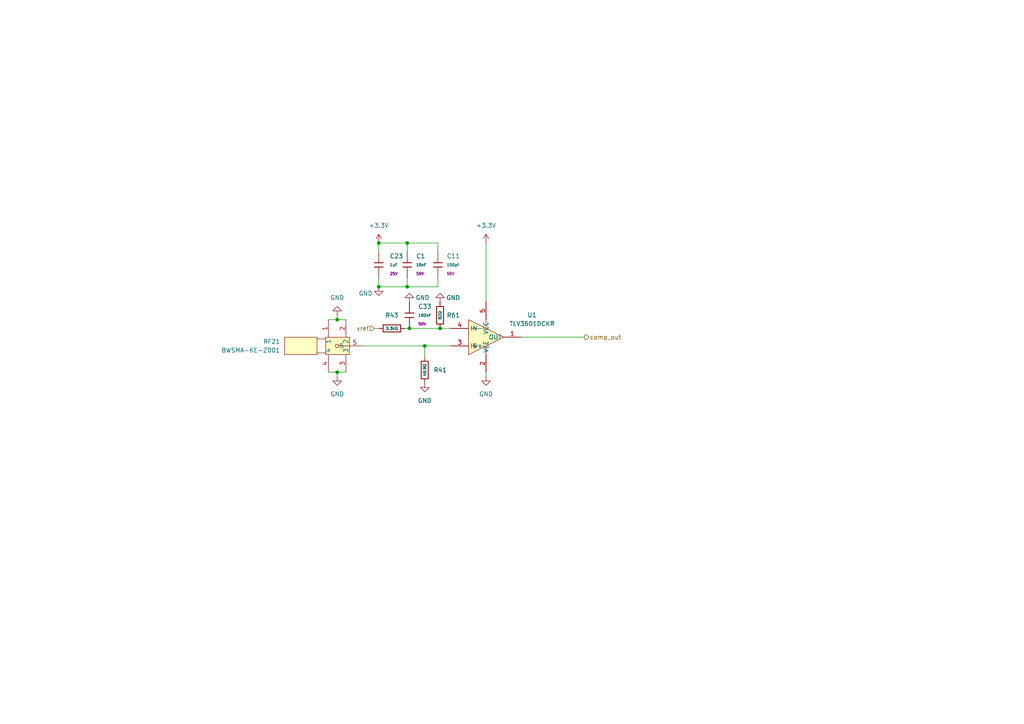
<source format=kicad_sch>
(kicad_sch (version 20250114) (generator "eeschema") (generator_version "9.0")
  (paper "A4")
  (lib_symbols
    (symbol "PCM_JLCPCB-Capacitors:0402,100pF" (pin_numbers (hide yes)) (pin_names (offset 0))
      (property "Reference" "C" (at 2.032 1.668 0))
      (property "Value" "100pF" (at 2.032 -0.3782 0))
      (property "Voltage Rated" "50V" (at 2.032 -2.0462 0))
      (symbol "0402,100pF_0_1"
        (polyline (pts (xy -1.27 0.635) (xy 1.27 0.635)) (stroke (width 0.254)))
        (polyline (pts (xy -1.27 -0.635) (xy 1.27 -0.635)) (stroke (width 0.254)))
      )
      (symbol "0402,100pF_1_1"
        (pin passive line (at 0 3.81 270) (length 3.175) (name "~") (number "1"))
        (pin passive line (at 0 -3.81 90) (length 3.175) (name "~") (number "2"))
      )
    )
    (symbol "PCM_JLCPCB-Capacitors:0402,10nF" (pin_numbers (hide yes)) (pin_names (offset 0))
      (property "Reference" "C" (at 2.032 1.668 0))
      (property "Value" "10nF" (at 2.032 -0.3782 0))
      (property "Voltage Rated" "50V" (at 2.032 -2.0462 0))
      (symbol "0402,10nF_0_1"
        (polyline (pts (xy -1.27 0.635) (xy 1.27 0.635)) (stroke (width 0.254)))
        (polyline (pts (xy -1.27 -0.635) (xy 1.27 -0.635)) (stroke (width 0.254)))
      )
      (symbol "0402,10nF_1_1"
        (pin passive line (at 0 3.81 270) (length 3.175) (name "~") (number "1"))
        (pin passive line (at 0 -3.81 90) (length 3.175) (name "~") (number "2"))
      )
    )
    (symbol "PCM_JLCPCB-Capacitors:0402,1uF" (pin_numbers (hide yes)) (pin_names (offset 0))
      (property "Reference" "C" (at 2.032 1.668 0))
      (property "Value" "1uF" (at 2.032 -0.3782 0))
      (property "Voltage Rated" "25V" (at 2.032 -2.0462 0))
      (symbol "0402,1uF_0_1"
        (polyline (pts (xy -1.27 0.635) (xy 1.27 0.635)) (stroke (width 0.254)))
        (polyline (pts (xy -1.27 -0.635) (xy 1.27 -0.635)) (stroke (width 0.254)))
      )
      (symbol "0402,1uF_1_1"
        (pin passive line (at 0 3.81 270) (length 3.175) (name "~") (number "1"))
        (pin passive line (at 0 -3.81 90) (length 3.175) (name "~") (number "2"))
      )
    )
    (symbol "PCM_JLCPCB-Capacitors:0603,100nF" (pin_numbers (hide yes)) (pin_names (offset 0))
      (property "Reference" "C" (at 2.032 1.668 0))
      (property "Value" "100nF" (at 2.032 -0.3782 0))
      (property "Voltage Rated" "50V" (at 2.032 -2.0462 0))
      (symbol "0603,100nF_0_1"
        (polyline (pts (xy -1.27 0.635) (xy 1.27 0.635)) (stroke (width 0.254)))
        (polyline (pts (xy -1.27 -0.635) (xy 1.27 -0.635)) (stroke (width 0.254)))
      )
      (symbol "0603,100nF_1_1"
        (pin passive line (at 0 3.81 270) (length 3.175) (name "~") (number "1"))
        (pin passive line (at 0 -3.81 90) (length 3.175) (name "~") (number "2"))
      )
    )
    (symbol "PCM_JLCPCB-Resistors:0402,49.9Ω" (pin_numbers (hide yes)) (pin_names (offset 0))
      (property "Reference" "R" (at 1.778 0 0))
      (property "Value" "49.9Ω" (at 0 0 90))
      (symbol "0402,49.9Ω_0_1"
        (rectangle (start -1.016 2.54) (end 1.016 -2.54) (stroke (width 0.254)))
      )
      (symbol "0402,49.9Ω_1_1"
        (pin passive line (at 0 3.81 270) (length 1.27) (name "~") (number "1"))
        (pin passive line (at 0 -3.81 90) (length 1.27) (name "~") (number "2"))
      )
    )
    (symbol "PCM_JLCPCB-Resistors:0603,3.3kΩ" (pin_numbers (hide yes)) (pin_names (offset 0))
      (property "Reference" "R" (at 1.778 0 0))
      (property "Value" "3.3kΩ" (at 0 0 90))
      (symbol "0603,3.3kΩ_0_1"
        (rectangle (start -1.016 2.54) (end 1.016 -2.54) (stroke (width 0.254)))
      )
      (symbol "0603,3.3kΩ_1_1"
        (pin passive line (at 0 3.81 270) (length 1.27) (name "~") (number "1"))
        (pin passive line (at 0 -3.81 90) (length 1.27) (name "~") (number "2"))
      )
    )
    (symbol "PCM_JLCPCB-Resistors:0603,82Ω" (pin_numbers (hide yes)) (pin_names (offset 0))
      (property "Reference" "R" (at 1.778 0 0))
      (property "Value" "82Ω" (at 0 0 90))
      (symbol "0603,82Ω_0_1"
        (rectangle (start -1.016 2.54) (end 1.016 -2.54) (stroke (width 0.254)))
      )
      (symbol "0603,82Ω_1_1"
        (pin passive line (at 0 3.81 270) (length 1.27) (name "~") (number "1"))
        (pin passive line (at 0 -3.81 90) (length 1.27) (name "~") (number "2"))
      )
    )
    (symbol "easyeda2kicad:BWSMA-KE-Z001"
      (property "Reference" "RF" (at 0 12.7 0))
      (property "Value" "BWSMA-KE-Z001" (at 0 -12.7 0))
      (symbol "BWSMA-KE-Z001_0_1"
        (rectangle (start -12.7 2.54) (end -3.3 -2.54) (fill (type background)))
        (polyline (pts (xy -3.3 2.03) (xy -0.76 2.03)))
        (polyline (pts (xy -3.3 -2.03) (xy -0.76 -2.03)))
        (rectangle (start -0.76 2.54) (end 6.1 -2.54) (fill (type background)))
        (circle (center 2.54 0) (radius 0.51))
        (polyline (pts (xy 3.05 0) (xy 5.08 0)))
        (pin unspecified line (at 0 7.62 270) (length 5.08) (name "1") (number "1"))
        (pin unspecified line (at 0 -7.62 90) (length 5.08) (name "4") (number "4"))
        (pin unspecified line (at 5.08 7.62 270) (length 5.08) (name "2") (number "2"))
        (pin unspecified line (at 5.08 -7.62 90) (length 5.08) (name "3") (number "3"))
        (pin unspecified line (at 10.16 0 180) (length 5.08) (name "5") (number "5"))
      )
    )
    (symbol "easyeda2kicad:TLV3601DCKR"
      (property "Reference" "U" (at 0 15.24 0))
      (property "Value" "TLV3601DCKR" (at 0 -15.24 0))
      (symbol "TLV3601DCKR_0_1"
        (polyline (pts (xy -5.08 -5.08) (xy 5.08 0) (xy -5.08 5.08) (xy -5.08 -5.08)) (fill (type background)))
        (polyline (pts (xy -4.06 2.54) (xy -2.54 2.54)))
        (polyline (pts (xy -4.06 -2.54) (xy -2.54 -2.54)))
        (polyline (pts (xy -3.3 -1.78) (xy -3.3 -3.3)))
        (polyline (pts (xy 0 5.08) (xy 0 2.54)))
        (polyline (pts (xy 0 -2.54) (xy 0 -5.08)))
        (pin unspecified line (at -10.16 2.54 0) (length 5.08) (name "IN-") (number "4"))
        (pin unspecified line (at -10.16 -2.54 0) (length 5.08) (name "IN+") (number "3"))
        (pin power_in line (at 0 10.16 270) (length 5.08) (name "VCC") (number "5"))
        (pin power_in line (at 0 -10.16 90) (length 5.08) (name "VEE") (number "2"))
        (pin output line (at 10.16 0 180) (length 5.08) (name "OUT") (number "1"))
      )
    )
    (symbol "power:+3.3V" (power) (pin_numbers (hide yes)) (pin_names (offset 0) (hide yes))
      (property "Value" "+3.3V" (at 0 3.556 0))
      (symbol "+3.3V_0_1"
        (polyline (pts (xy -0.762 1.27) (xy 0 2.54)))
        (polyline (pts (xy 0 2.54) (xy 0.762 1.27)))
        (polyline (pts (xy 0 0) (xy 0 2.54)))
      )
      (symbol "+3.3V_1_1"
        (pin power_in line (at 0 0 90) (length 0) (name "~") (number "1"))
      )
    )
    (symbol "power:GND" (power) (pin_numbers (hide yes)) (pin_names (offset 0) (hide yes))
      (property "Value" "GND" (at 0 -3.81 0))
      (symbol "GND_0_1"
        (polyline (pts (xy 0 0) (xy 0 -1.27) (xy 1.27 -1.27) (xy 0 -2.54) (xy -1.27 -1.27) (xy 0 -1.27)))
      )
      (symbol "GND_1_1"
        (pin power_in line (at 0 0 270) (length 0) (name "~") (number "1"))
      )
    )
  )
  (junction (at 118.11 83.185))
  (junction (at 109.855 70.485))
  (junction (at 123.19 100.33))
  (junction (at 97.79 92.71))
  (junction (at 97.79 107.95))
  (junction (at 109.855 83.185))
  (junction (at 118.745 95.25))
  (junction (at 118.11 70.485))
  (junction (at 127.635 95.25))
  (wire (pts (xy 127.635 95.25) (xy 130.81 95.25)))
  (wire (pts (xy 108.585 95.25) (xy 109.855 95.25)))
  (wire (pts (xy 118.745 95.25) (xy 127.635 95.25)))
  (wire (pts (xy 118.11 70.485) (xy 118.11 73.025)))
  (wire (pts (xy 109.855 70.485) (xy 118.11 70.485)))
  (wire (pts (xy 109.855 83.185) (xy 118.11 83.185)))
  (wire (pts (xy 123.19 100.33) (xy 130.81 100.33)))
  (wire (pts (xy 123.19 100.33) (xy 123.19 103.505)))
  (wire (pts (xy 97.79 107.95) (xy 100.33 107.95)))
  (wire (pts (xy 109.855 70.485) (xy 109.855 73.025)))
  (wire (pts (xy 97.79 107.95) (xy 97.79 109.22)))
  (wire (pts (xy 118.11 80.645) (xy 118.11 83.185)))
  (wire (pts (xy 127 83.185) (xy 127 80.645)))
  (wire (pts (xy 97.79 92.71) (xy 97.79 91.44)))
  (wire (pts (xy 105.41 100.33) (xy 123.19 100.33)))
  (wire (pts (xy 118.11 83.185) (xy 127 83.185)))
  (wire (pts (xy 127 70.485) (xy 127 73.025)))
  (wire (pts (xy 100.33 92.71) (xy 97.79 92.71)))
  (wire (pts (xy 117.475 95.25) (xy 118.745 95.25)))
  (wire (pts (xy 118.11 70.485) (xy 127 70.485)))
  (wire (pts (xy 95.25 107.95) (xy 97.79 107.95)))
  (wire (pts (xy 140.97 70.485) (xy 140.97 87.63)))
  (wire (pts (xy 109.855 80.645) (xy 109.855 83.185)))
  (wire (pts (xy 97.79 92.71) (xy 95.25 92.71)))
  (wire (pts (xy 151.13 97.79) (xy 169.545 97.79)))
  (wire (pts (xy 140.97 109.22) (xy 140.97 107.95)))
  (hierarchical_label "vref" (shape input) (at 108.585 95.25 180))
  (hierarchical_label "comp_out" (shape output) (at 169.545 97.79 0))
  (symbol (lib_id "power:GND") (at 140.97 109.22 0) (unit 1)
    (property "Reference" "#PWR02" (effects (hide yes)))
    (property "Value" "GND" (at 140.97 114.3 0))
    (property "Description" "Power symbol creates a global label with name \"GND\" , ground" (effects (hide yes)))
    (instances (project "test_board" (path "" (reference "#PWR02") (unit 1)) (path "" (reference "#PWR0113") (unit 1)) (path "" (reference "#PWR0103") (unit 1)) (path "" (reference "#PWR093") (unit 1)) (path "" (reference "#PWR083") (unit 1)) (path "" (reference "#PWR088") (unit 1)) (path "" (reference "#PWR0108") (unit 1)) (path "" (reference "#PWR073") (unit 1)) (path "" (reference "#PWR078") (unit 1)) (path "" (reference "#PWR098") (unit 1))))
  )
  (symbol (lib_id "power:+3.3V") (at 109.855 70.485 0) (unit 1)
    (property "Reference" "#PWR0114" (effects (hide yes)))
    (property "Value" "+3.3V" (at 109.855 65.405 0))
    (property "Description" "Power symbol creates a global label with name \"+3.3V\"" (effects (hide yes)))
    (instances (project "test_board" (path "" (reference "#PWR0114") (unit 1)) (path "" (reference "#PWR0123") (unit 1)) (path "" (reference "#PWR0121") (unit 1)) (path "" (reference "#PWR0119") (unit 1)) (path "" (reference "#PWR0117") (unit 1)) (path "" (reference "#PWR0118") (unit 1)) (path "" (reference "#PWR0122") (unit 1)) (path "" (reference "#PWR0115") (unit 1)) (path "" (reference "#PWR0116") (unit 1)) (path "" (reference "#PWR0120") (unit 1))))
  )
  (symbol (lib_id "power:GND") (at 127.635 87.63 180) (unit 1)
    (property "Reference" "#PWR0140" (effects (hide yes)))
    (property "Value" "GND" (at 131.445 86.36 0))
    (property "Description" "Power symbol creates a global label with name \"GND\" , ground" (effects (hide yes)))
    (instances (project "test_board" (path "" (reference "#PWR0140") (unit 1)) (path "" (reference "#PWR0149") (unit 1)) (path "" (reference "#PWR0147") (unit 1)) (path "" (reference "#PWR0145") (unit 1)) (path "" (reference "#PWR0143") (unit 1)) (path "" (reference "#PWR0144") (unit 1)) (path "" (reference "#PWR0148") (unit 1)) (path "" (reference "#PWR0141") (unit 1)) (path "" (reference "#PWR0142") (unit 1)) (path "" (reference "#PWR0146") (unit 1))))
  )
  (symbol (lib_id "easyeda2kicad:BWSMA-KE-Z001") (at 95.25 100.33 0) (unit 1)
    (property "Reference" "RF21" (at 81.28 99.0599 0) (effects (justify right)))
    (property "Value" "BWSMA-KE-Z001" (at 81.28 101.5999 0) (effects (justify right)))
    (property "Footprint" "easyeda2kicad:SMA-TH_BWSMA-KE-Z001" (effects (hide yes)))
    (property "Datasheet" "https://lcsc.com/product-detail/New-Arrivals_BAT-WIRELESS-BWSMA-KE-Z001_C496549.html" (effects (hide yes)))
    (property "LCSC Part" "C496549" (effects (hide yes)))
    (instances (project "" (path "" (reference "RF21") (unit 1)) (path "" (reference "RF30") (unit 1)) (path "" (reference "RF28") (unit 1)) (path "" (reference "RF26") (unit 1)) (path "" (reference "RF24") (unit 1)) (path "" (reference "RF25") (unit 1)) (path "" (reference "RF29") (unit 1)) (path "" (reference "RF22") (unit 1)) (path "" (reference "RF23") (unit 1)) (path "" (reference "RF27") (unit 1))))
  )
  (symbol (lib_id "power:GND") (at 109.855 83.185 0) (unit 1)
    (property "Reference" "#PWR0124" (effects (hide yes)))
    (property "Value" "GND" (at 106.045 85.09 0))
    (property "Description" "Power symbol creates a global label with name \"GND\" , ground" (effects (hide yes)))
    (instances (project "test_board" (path "" (reference "#PWR0124") (unit 1)) (path "" (reference "#PWR0133") (unit 1)) (path "" (reference "#PWR0131") (unit 1)) (path "" (reference "#PWR0129") (unit 1)) (path "" (reference "#PWR0127") (unit 1)) (path "" (reference "#PWR0128") (unit 1)) (path "" (reference "#PWR0132") (unit 1)) (path "" (reference "#PWR0125") (unit 1)) (path "" (reference "#PWR0126") (unit 1)) (path "" (reference "#PWR0130") (unit 1))))
  )
  (symbol (lib_id "power:GND") (at 97.79 109.22 0) (unit 1)
    (property "Reference" "#PWR067" (effects (hide yes)))
    (property "Value" "GND" (at 97.79 114.3 0))
    (property "Description" "Power symbol creates a global label with name \"GND\" , ground" (effects (hide yes)))
    (instances (project "test_board" (path "" (reference "#PWR067") (unit 1)) (path "" (reference "#PWR0110") (unit 1)) (path "" (reference "#PWR0100") (unit 1)) (path "" (reference "#PWR090") (unit 1)) (path "" (reference "#PWR080") (unit 1)) (path "" (reference "#PWR085") (unit 1)) (path "" (reference "#PWR0105") (unit 1)) (path "" (reference "#PWR070") (unit 1)) (path "" (reference "#PWR075") (unit 1)) (path "" (reference "#PWR095") (unit 1))))
  )
  (symbol (lib_id "power:GND") (at 97.79 91.44 180) (unit 1)
    (property "Reference" "#PWR068" (effects (hide yes)))
    (property "Value" "GND" (at 97.79 86.36 0))
    (property "Description" "Power symbol creates a global label with name \"GND\" , ground" (effects (hide yes)))
    (instances (project "test_board" (path "" (reference "#PWR068") (unit 1)) (path "" (reference "#PWR0109") (unit 1)) (path "" (reference "#PWR099") (unit 1)) (path "" (reference "#PWR089") (unit 1)) (path "" (reference "#PWR079") (unit 1)) (path "" (reference "#PWR084") (unit 1)) (path "" (reference "#PWR0104") (unit 1)) (path "" (reference "#PWR069") (unit 1)) (path "" (reference "#PWR074") (unit 1)) (path "" (reference "#PWR094") (unit 1))))
  )
  (symbol (lib_id "easyeda2kicad:TLV3601DCKR") (at 140.97 97.79 0) (unit 1)
    (property "Reference" "U1" (at 154.305 91.3698 0))
    (property "Value" "TLV3601DCKR" (at 154.305 93.9098 0))
    (property "Footprint" "easyeda2kicad:SC-70-5_L2.0-W1.3-P0.65-LS2.1-BR" (effects (hide yes)))
    (property "LCSC Part" "C2974371" (effects (hide yes)))
    (instances (project "test_board" (path "" (reference "U1") (unit 1)) (path "" (reference "U12") (unit 1)) (path "" (reference "U10") (unit 1)) (path "" (reference "U8") (unit 1)) (path "" (reference "U6") (unit 1)) (path "" (reference "U7") (unit 1)) (path "" (reference "U11") (unit 1)) (path "" (reference "U3") (unit 1)) (path "" (reference "U5") (unit 1)) (path "" (reference "U9") (unit 1))))
  )
  (symbol (lib_id "PCM_JLCPCB-Capacitors:0402,1uF") (at 109.855 76.835 0) (unit 1)
    (property "Reference" "C23" (at 113.03 74.2949 0) (effects (justify left)))
    (property "Value" "1uF" (at 113.03 76.835 0) (effects (font (size 0.8 0.8)) (justify left)))
    (property "Footprint" "PCM_JLCPCB:C_0402" (effects (hide yes)))
    (property "Datasheet" "https://www.lcsc.com/datasheet/lcsc_datasheet_2304140030_Samsung-Electro-Mechanics-CL05A105KA5NQNC_C52923.pdf" (effects (hide yes)))
    (property "Description" "25V 1uF X5R ±10% 0402 Multilayer Ceramic Capacitors MLCC - SMD/SMT ROHS" (effects (hide yes)))
    (property "LCSC" "C52923" (effects (hide yes)))
    (property "Stock" "7224306" (effects (hide yes)))
    (property "Price" "0.006USD" (effects (hide yes)))
    (property "Process" "SMT" (effects (hide yes)))
    (property "Minimum Qty" "20" (effects (hide yes)))
    (property "Attrition Qty" "10" (effects (hide yes)))
    (property "Class" "Basic Component" (effects (hide yes)))
    (property "Category" "Capacitors,Multilayer Ceramic Capacitors MLCC - SMD/SMT" (effects (hide yes)))
    (property "Manufacturer" "Samsung Electro-Mechanics" (effects (hide yes)))
    (property "Part" "CL05A105KA5NQNC" (effects (hide yes)))
    (property "Voltage Rated" "25V" (at 113.03 79.375 0) (effects (font (size 0.8 0.8)) (justify left)))
    (property "Tolerance" "±10%" (effects (hide yes)))
    (property "Capacitance" "1uF" (effects (hide yes)))
    (property "Temperature Coefficient" "X5R" (effects (hide yes)))
    (instances (project "" (path "" (reference "C23") (unit 1)) (path "" (reference "C32") (unit 1)) (path "" (reference "C30") (unit 1)) (path "" (reference "C28") (unit 1)) (path "" (reference "C26") (unit 1)) (path "" (reference "C27") (unit 1)) (path "" (reference "C31") (unit 1)) (path "" (reference "C24") (unit 1)) (path "" (reference "C25") (unit 1)) (path "" (reference "C29") (unit 1))))
  )
  (symbol (lib_id "power:GND") (at 123.19 111.125 0) (unit 1)
    (property "Reference" "#PWR066" (effects (hide yes)))
    (property "Value" "GND" (at 123.19 116.205 0))
    (property "Description" "Power symbol creates a global label with name \"GND\" , ground" (effects (hide yes)))
    (instances (project "test_board" (path "" (reference "#PWR066") (unit 1)) (path "" (reference "#PWR0111") (unit 1)) (path "" (reference "#PWR0101") (unit 1)) (path "" (reference "#PWR091") (unit 1)) (path "" (reference "#PWR081") (unit 1)) (path "" (reference "#PWR086") (unit 1)) (path "" (reference "#PWR0106") (unit 1)) (path "" (reference "#PWR071") (unit 1)) (path "" (reference "#PWR076") (unit 1)) (path "" (reference "#PWR096") (unit 1))))
  )
  (symbol (lib_id "PCM_JLCPCB-Capacitors:0402,100pF") (at 127 76.835 0) (unit 1)
    (property "Reference" "C11" (at 129.54 74.2949 0) (effects (justify left)))
    (property "Value" "100pF" (at 129.54 76.835 0) (effects (font (size 0.8 0.8)) (justify left)))
    (property "Footprint" "PCM_JLCPCB:C_0402" (effects (hide yes)))
    (property "Datasheet" "https://www.lcsc.com/datasheet/lcsc_datasheet_2304140030_FH--Guangdong-Fenghua-Advanced-Tech-0402CG101J500NT_C1546.pdf" (effects (hide yes)))
    (property "Description" "50V 100pF C0G ±5% 0402 Multilayer Ceramic Capacitors MLCC - SMD/SMT ROHS" (effects (hide yes)))
    (property "LCSC" "C1546" (effects (hide yes)))
    (property "Stock" "2336759" (effects (hide yes)))
    (property "Price" "0.004USD" (effects (hide yes)))
    (property "Process" "SMT" (effects (hide yes)))
    (property "Minimum Qty" "20" (effects (hide yes)))
    (property "Attrition Qty" "10" (effects (hide yes)))
    (property "Class" "Basic Component" (effects (hide yes)))
    (property "Category" "Capacitors,Multilayer Ceramic Capacitors MLCC - SMD/SMT" (effects (hide yes)))
    (property "Manufacturer" "FH(Guangdong Fenghua Advanced Tech)" (effects (hide yes)))
    (property "Part" "0402CG101J500NT" (effects (hide yes)))
    (property "Voltage Rated" "50V" (at 129.54 79.375 0) (effects (font (size 0.8 0.8)) (justify left)))
    (property "Tolerance" "±5%" (effects (hide yes)))
    (property "Capacitance" "100pF" (effects (hide yes)))
    (property "Temperature Coefficient" "C0G" (effects (hide yes)))
    (instances (project "" (path "" (reference "C11") (unit 1)) (path "" (reference "C22") (unit 1)) (path "" (reference "C20") (unit 1)) (path "" (reference "C18") (unit 1)) (path "" (reference "C16") (unit 1)) (path "" (reference "C17") (unit 1)) (path "" (reference "C21") (unit 1)) (path "" (reference "C13") (unit 1)) (path "" (reference "C15") (unit 1)) (path "" (reference "C19") (unit 1))))
  )
  (symbol (lib_id "PCM_JLCPCB-Resistors:0603,82Ω") (at 127.635 91.44 0) (unit 1)
    (property "Reference" "R61" (at 129.54 91.4399 0) (effects (justify left)))
    (property "Value" "82Ω" (at 127.635 91.44 90) (effects (font (size 0.8 0.8))))
    (property "Footprint" "PCM_JLCPCB:R_0603" (effects (hide yes)))
    (property "Datasheet" "https://www.lcsc.com/datasheet/lcsc_datasheet_2206010100_UNI-ROYAL-Uniroyal-Elec-0603WAF820JT5E_C23255.pdf" (effects (hide yes)))
    (property "Description" "100mW Thick Film Resistors 75V ±100ppm/°C ±1% 82Ω 0603 Chip Resistor - Surface Mount ROHS" (effects (hide yes)))
    (property "LCSC" "C23255" (effects (hide yes)))
    (property "Stock" "117233" (effects (hide yes)))
    (property "Price" "0.004USD" (effects (hide yes)))
    (property "Process" "SMT" (effects (hide yes)))
    (property "Minimum Qty" "20" (effects (hide yes)))
    (property "Attrition Qty" "12" (effects (hide yes)))
    (property "Class" "Preferred Component" (effects (hide yes)))
    (property "Category" "Resistors,Chip Resistor - Surface Mount" (effects (hide yes)))
    (property "Manufacturer" "UNI-ROYAL(Uniroyal Elec)" (effects (hide yes)))
    (property "Part" "0603WAF820JT5E" (effects (hide yes)))
    (property "Resistance" "82Ω" (effects (hide yes)))
    (property "Power(Watts)" "100mW" (effects (hide yes)))
    (property "Type" "Thick Film Resistors" (effects (hide yes)))
    (property "Overload Voltage (Max)" "75V" (effects (hide yes)))
    (property "Operating Temperature Range" "-55°C~+155°C" (effects (hide yes)))
    (property "Tolerance" "±1%" (effects (hide yes)))
    (property "Temperature Coefficient" "±100ppm/°C" (effects (hide yes)))
    (instances (project "" (path "" (reference "R61") (unit 1)) (path "" (reference "R70") (unit 1)) (path "" (reference "R68") (unit 1)) (path "" (reference "R66") (unit 1)) (path "" (reference "R64") (unit 1)) (path "" (reference "R65") (unit 1)) (path "" (reference "R69") (unit 1)) (path "" (reference "R62") (unit 1)) (path "" (reference "R63") (unit 1)) (path "" (reference "R67") (unit 1))))
  )
  (symbol (lib_id "PCM_JLCPCB-Capacitors:0603,100nF") (at 118.745 91.44 0) (unit 1)
    (property "Reference" "C33" (at 121.285 88.8999 0) (effects (justify left)))
    (property "Value" "100nF" (at 121.285 91.44 0) (effects (font (size 0.8 0.8)) (justify left)))
    (property "Footprint" "PCM_JLCPCB:C_0603" (effects (hide yes)))
    (property "Datasheet" "https://www.lcsc.com/datasheet/lcsc_datasheet_2211101700_YAGEO-CC0603KRX7R9BB104_C14663.pdf" (effects (hide yes)))
    (property "Description" "50V 100nF X7R ±10% 0603 Multilayer Ceramic Capacitors MLCC - SMD/SMT ROHS" (effects (hide yes)))
    (property "LCSC" "C14663" (effects (hide yes)))
    (property "Stock" "88004566" (effects (hide yes)))
    (property "Price" "0.006USD" (effects (hide yes)))
    (property "Process" "SMT" (effects (hide yes)))
    (property "Minimum Qty" "20" (effects (hide yes)))
    (property "Attrition Qty" "10" (effects (hide yes)))
    (property "Class" "Basic Component" (effects (hide yes)))
    (property "Category" "Capacitors,Multilayer Ceramic Capacitors MLCC - SMD/SMT" (effects (hide yes)))
    (property "Manufacturer" "YAGEO" (effects (hide yes)))
    (property "Part" "CC0603KRX7R9BB104" (effects (hide yes)))
    (property "Voltage Rated" "50V" (at 121.285 93.98 0) (effects (font (size 0.8 0.8)) (justify left)))
    (property "Tolerance" "±10%" (effects (hide yes)))
    (property "Capacitance" "100nF" (effects (hide yes)))
    (property "Temperature Coefficient" "X7R" (effects (hide yes)))
    (instances (project "" (path "" (reference "C33") (unit 1)) (path "" (reference "C42") (unit 1)) (path "" (reference "C40") (unit 1)) (path "" (reference "C38") (unit 1)) (path "" (reference "C36") (unit 1)) (path "" (reference "C37") (unit 1)) (path "" (reference "C41") (unit 1)) (path "" (reference "C34") (unit 1)) (path "" (reference "C35") (unit 1)) (path "" (reference "C39") (unit 1))))
  )
  (symbol (lib_id "PCM_JLCPCB-Resistors:0402,49.9Ω") (at 123.19 107.315 0) (unit 1)
    (property "Reference" "R41" (at 125.73 107.3149 0) (effects (justify left)))
    (property "Value" "49.9Ω" (at 123.19 107.315 90) (effects (font (size 0.8 0.8))))
    (property "Footprint" "PCM_JLCPCB:R_0402" (effects (hide yes)))
    (property "Datasheet" "https://www.lcsc.com/datasheet/lcsc_datasheet_2205311900_UNI-ROYAL-Uniroyal-Elec-0402WGF499JTCE_C25120.pdf" (effects (hide yes)))
    (property "Description" "62.5mW Thick Film Resistors 50V ±100ppm/°C ±1% 49.9Ω 0402 Chip Resistor - Surface Mount ROHS" (effects (hide yes)))
    (property "LCSC" "C25120" (effects (hide yes)))
    (property "Stock" "775938" (effects (hide yes)))
    (property "Price" "0.004USD" (effects (hide yes)))
    (property "Process" "SMT" (effects (hide yes)))
    (property "Minimum Qty" "20" (effects (hide yes)))
    (property "Attrition Qty" "10" (effects (hide yes)))
    (property "Class" "Basic Component" (effects (hide yes)))
    (property "Category" "Resistors,Chip Resistor - Surface Mount" (effects (hide yes)))
    (property "Manufacturer" "UNI-ROYAL(Uniroyal Elec)" (effects (hide yes)))
    (property "Part" "0402WGF499JTCE" (effects (hide yes)))
    (property "Resistance" "49.9Ω" (effects (hide yes)))
    (property "Power(Watts)" "62.5mW" (effects (hide yes)))
    (property "Type" "Thick Film Resistors" (effects (hide yes)))
    (property "Overload Voltage (Max)" "50V" (effects (hide yes)))
    (property "Operating Temperature Range" "-55°C~+155°C" (effects (hide yes)))
    (property "Tolerance" "±1%" (effects (hide yes)))
    (property "Temperature Coefficient" "±100ppm/°C" (effects (hide yes)))
    (instances (project "" (path "" (reference "R41") (unit 1)) (path "" (reference "R59") (unit 1)) (path "" (reference "R55") (unit 1)) (path "" (reference "R51") (unit 1)) (path "" (reference "R47") (unit 1)) (path "" (reference "R49") (unit 1)) (path "" (reference "R57") (unit 1)) (path "" (reference "R42") (unit 1)) (path "" (reference "R45") (unit 1)) (path "" (reference "R53") (unit 1))))
  )
  (symbol (lib_id "power:GND") (at 118.745 87.63 180) (unit 1)
    (property "Reference" "#PWR0151" (effects (hide yes)))
    (property "Value" "GND" (at 122.555 86.36 0))
    (property "Description" "Power symbol creates a global label with name \"GND\" , ground" (effects (hide yes)))
    (instances (project "test_board" (path "" (reference "#PWR0151") (unit 1)) (path "" (reference "#PWR0160") (unit 1)) (path "" (reference "#PWR0158") (unit 1)) (path "" (reference "#PWR0156") (unit 1)) (path "" (reference "#PWR0154") (unit 1)) (path "" (reference "#PWR0155") (unit 1)) (path "" (reference "#PWR0159") (unit 1)) (path "" (reference "#PWR0152") (unit 1)) (path "" (reference "#PWR0153") (unit 1)) (path "" (reference "#PWR0157") (unit 1))))
  )
  (symbol (lib_id "PCM_JLCPCB-Capacitors:0402,10nF") (at 118.11 76.835 0) (unit 1)
    (property "Reference" "C1" (at 120.65 74.2949 0) (effects (justify left)))
    (property "Value" "10nF" (at 120.65 76.835 0) (effects (font (size 0.8 0.8)) (justify left)))
    (property "Footprint" "PCM_JLCPCB:C_0402" (effects (hide yes)))
    (property "Datasheet" "https://www.lcsc.com/datasheet/lcsc_datasheet_2304140030_Samsung-Electro-Mechanics-CL05B103KB5NNNC_C15195.pdf" (effects (hide yes)))
    (property "Description" "50V 10nF X7R ±10% 0402 Multilayer Ceramic Capacitors MLCC - SMD/SMT ROHS" (effects (hide yes)))
    (property "LCSC" "C15195" (effects (hide yes)))
    (property "Stock" "6508037" (effects (hide yes)))
    (property "Price" "0.005USD" (effects (hide yes)))
    (property "Process" "SMT" (effects (hide yes)))
    (property "Minimum Qty" "20" (effects (hide yes)))
    (property "Attrition Qty" "10" (effects (hide yes)))
    (property "Class" "Basic Component" (effects (hide yes)))
    (property "Category" "Capacitors,Multilayer Ceramic Capacitors MLCC - SMD/SMT" (effects (hide yes)))
    (property "Manufacturer" "Samsung Electro-Mechanics" (effects (hide yes)))
    (property "Part" "CL05B103KB5NNNC" (effects (hide yes)))
    (property "Voltage Rated" "50V" (at 120.65 79.375 0) (effects (font (size 0.8 0.8)) (justify left)))
    (property "Tolerance" "±10%" (effects (hide yes)))
    (property "Capacitance" "10nF" (effects (hide yes)))
    (property "Temperature Coefficient" "X7R" (effects (hide yes)))
    (instances (project "" (path "" (reference "C1") (unit 1)) (path "" (reference "C10") (unit 1)) (path "" (reference "C8") (unit 1)) (path "" (reference "C6") (unit 1)) (path "" (reference "C4") (unit 1)) (path "" (reference "C5") (unit 1)) (path "" (reference "C9") (unit 1)) (path "" (reference "C2") (unit 1)) (path "" (reference "C3") (unit 1)) (path "" (reference "C7") (unit 1))))
  )
  (symbol (lib_id "PCM_JLCPCB-Resistors:0603,3.3kΩ") (at 113.665 95.25 90) (unit 1)
    (property "Reference" "R43" (at 113.665 91.44 90))
    (property "Value" "3.3kΩ" (at 113.665 95.25 90) (effects (font (size 0.8 0.8))))
    (property "Footprint" "PCM_JLCPCB:R_0603" (effects (hide yes)))
    (property "Datasheet" "https://www.lcsc.com/datasheet/lcsc_datasheet_2206010116_UNI-ROYAL-Uniroyal-Elec-0603WAF3301T5E_C22978.pdf" (effects (hide yes)))
    (property "Description" "100mW Thick Film Resistors 75V ±100ppm/°C ±1% 3.3kΩ 0603 Chip Resistor - Surface Mount ROHS" (effects (hide yes)))
    (property "LCSC" "C22978" (effects (hide yes)))
    (property "Stock" "3580518" (effects (hide yes)))
    (property "Price" "0.004USD" (effects (hide yes)))
    (property "Process" "SMT" (effects (hide yes)))
    (property "Minimum Qty" "20" (effects (hide yes)))
    (property "Attrition Qty" "10" (effects (hide yes)))
    (property "Class" "Basic Component" (effects (hide yes)))
    (property "Category" "Resistors,Chip Resistor - Surface Mount" (effects (hide yes)))
    (property "Manufacturer" "UNI-ROYAL(Uniroyal Elec)" (effects (hide yes)))
    (property "Part" "0603WAF3301T5E" (effects (hide yes)))
    (property "Resistance" "3.3kΩ" (effects (hide yes)))
    (property "Power(Watts)" "100mW" (effects (hide yes)))
    (property "Type" "Thick Film Resistors" (effects (hide yes)))
    (property "Overload Voltage (Max)" "75V" (effects (hide yes)))
    (property "Operating Temperature Range" "-55°C~+155°C" (effects (hide yes)))
    (property "Tolerance" "±1%" (effects (hide yes)))
    (property "Temperature Coefficient" "±100ppm/°C" (effects (hide yes)))
    (instances (project "" (path "" (reference "R43") (unit 1)) (path "" (reference "R60") (unit 1)) (path "" (reference "R56") (unit 1)) (path "" (reference "R52") (unit 1)) (path "" (reference "R48") (unit 1)) (path "" (reference "R50") (unit 1)) (path "" (reference "R58") (unit 1)) (path "" (reference "R44") (unit 1)) (path "" (reference "R46") (unit 1)) (path "" (reference "R54") (unit 1))))
  )
  (symbol (lib_id "power:+3.3V") (at 140.97 70.485 0) (unit 1)
    (property "Reference" "#PWR01" (effects (hide yes)))
    (property "Value" "+3.3V" (at 140.97 65.405 0))
    (property "Description" "Power symbol creates a global label with name \"+3.3V\"" (effects (hide yes)))
    (instances (project "test_board" (path "" (reference "#PWR01") (unit 1)) (path "" (reference "#PWR0112") (unit 1)) (path "" (reference "#PWR0102") (unit 1)) (path "" (reference "#PWR092") (unit 1)) (path "" (reference "#PWR082") (unit 1)) (path "" (reference "#PWR087") (unit 1)) (path "" (reference "#PWR0107") (unit 1)) (path "" (reference "#PWR072") (unit 1)) (path "" (reference "#PWR077") (unit 1)) (path "" (reference "#PWR097") (unit 1))))
  )
)
</source>
